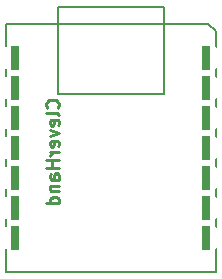
<source format=gbr>
%TF.GenerationSoftware,KiCad,Pcbnew,8.0.8-unknown-202501290020~8b811aa383~ubuntu22.04.1*%
%TF.CreationDate,2025-03-26T11:50:05+00:00*%
%TF.ProjectId,CONTROLLER_XIAO,434f4e54-524f-44c4-9c45-525f5849414f,rev?*%
%TF.SameCoordinates,Original*%
%TF.FileFunction,Legend,Bot*%
%TF.FilePolarity,Positive*%
%FSLAX46Y46*%
G04 Gerber Fmt 4.6, Leading zero omitted, Abs format (unit mm)*
G04 Created by KiCad (PCBNEW 8.0.8-unknown-202501290020~8b811aa383~ubuntu22.04.1) date 2025-03-26 11:50:05*
%MOMM*%
%LPD*%
G01*
G04 APERTURE LIST*
G04 Aperture macros list*
%AMRoundRect*
0 Rectangle with rounded corners*
0 $1 Rounding radius*
0 $2 $3 $4 $5 $6 $7 $8 $9 X,Y pos of 4 corners*
0 Add a 4 corners polygon primitive as box body*
4,1,4,$2,$3,$4,$5,$6,$7,$8,$9,$2,$3,0*
0 Add four circle primitives for the rounded corners*
1,1,$1+$1,$2,$3*
1,1,$1+$1,$4,$5*
1,1,$1+$1,$6,$7*
1,1,$1+$1,$8,$9*
0 Add four rect primitives between the rounded corners*
20,1,$1+$1,$2,$3,$4,$5,0*
20,1,$1+$1,$4,$5,$6,$7,0*
20,1,$1+$1,$6,$7,$8,$9,0*
20,1,$1+$1,$8,$9,$2,$3,0*%
G04 Aperture macros list end*
%ADD10C,0.275000*%
%ADD11C,0.127000*%
%ADD12R,1.700000X1.700000*%
%ADD13O,1.700000X1.700000*%
%ADD14RoundRect,1.000000X0.375000X0.000010X-0.375000X0.000010X-0.375000X-0.000010X0.375000X-0.000010X0*%
G04 APERTURE END LIST*
D10*
X52074818Y-80880953D02*
X52127199Y-80828572D01*
X52127199Y-80828572D02*
X52179579Y-80671429D01*
X52179579Y-80671429D02*
X52179579Y-80566667D01*
X52179579Y-80566667D02*
X52127199Y-80409524D01*
X52127199Y-80409524D02*
X52022437Y-80304762D01*
X52022437Y-80304762D02*
X51917675Y-80252381D01*
X51917675Y-80252381D02*
X51708151Y-80200000D01*
X51708151Y-80200000D02*
X51551008Y-80200000D01*
X51551008Y-80200000D02*
X51341484Y-80252381D01*
X51341484Y-80252381D02*
X51236722Y-80304762D01*
X51236722Y-80304762D02*
X51131960Y-80409524D01*
X51131960Y-80409524D02*
X51079579Y-80566667D01*
X51079579Y-80566667D02*
X51079579Y-80671429D01*
X51079579Y-80671429D02*
X51131960Y-80828572D01*
X51131960Y-80828572D02*
X51184341Y-80880953D01*
X52179579Y-81509524D02*
X52127199Y-81404762D01*
X52127199Y-81404762D02*
X52022437Y-81352381D01*
X52022437Y-81352381D02*
X51079579Y-81352381D01*
X52127199Y-82347619D02*
X52179579Y-82242857D01*
X52179579Y-82242857D02*
X52179579Y-82033333D01*
X52179579Y-82033333D02*
X52127199Y-81928571D01*
X52127199Y-81928571D02*
X52022437Y-81876190D01*
X52022437Y-81876190D02*
X51603389Y-81876190D01*
X51603389Y-81876190D02*
X51498627Y-81928571D01*
X51498627Y-81928571D02*
X51446246Y-82033333D01*
X51446246Y-82033333D02*
X51446246Y-82242857D01*
X51446246Y-82242857D02*
X51498627Y-82347619D01*
X51498627Y-82347619D02*
X51603389Y-82400000D01*
X51603389Y-82400000D02*
X51708151Y-82400000D01*
X51708151Y-82400000D02*
X51812913Y-81876190D01*
X51446246Y-82766666D02*
X52179579Y-83028571D01*
X52179579Y-83028571D02*
X51446246Y-83290476D01*
X52127199Y-84128571D02*
X52179579Y-84023809D01*
X52179579Y-84023809D02*
X52179579Y-83814285D01*
X52179579Y-83814285D02*
X52127199Y-83709523D01*
X52127199Y-83709523D02*
X52022437Y-83657142D01*
X52022437Y-83657142D02*
X51603389Y-83657142D01*
X51603389Y-83657142D02*
X51498627Y-83709523D01*
X51498627Y-83709523D02*
X51446246Y-83814285D01*
X51446246Y-83814285D02*
X51446246Y-84023809D01*
X51446246Y-84023809D02*
X51498627Y-84128571D01*
X51498627Y-84128571D02*
X51603389Y-84180952D01*
X51603389Y-84180952D02*
X51708151Y-84180952D01*
X51708151Y-84180952D02*
X51812913Y-83657142D01*
X52179579Y-84652380D02*
X51446246Y-84652380D01*
X51655770Y-84652380D02*
X51551008Y-84704761D01*
X51551008Y-84704761D02*
X51498627Y-84757142D01*
X51498627Y-84757142D02*
X51446246Y-84861904D01*
X51446246Y-84861904D02*
X51446246Y-84966666D01*
X52179579Y-85333332D02*
X51079579Y-85333332D01*
X51603389Y-85333332D02*
X51603389Y-85961904D01*
X52179579Y-85961904D02*
X51079579Y-85961904D01*
X52179579Y-86957142D02*
X51603389Y-86957142D01*
X51603389Y-86957142D02*
X51498627Y-86904761D01*
X51498627Y-86904761D02*
X51446246Y-86799999D01*
X51446246Y-86799999D02*
X51446246Y-86590475D01*
X51446246Y-86590475D02*
X51498627Y-86485713D01*
X52127199Y-86957142D02*
X52179579Y-86852380D01*
X52179579Y-86852380D02*
X52179579Y-86590475D01*
X52179579Y-86590475D02*
X52127199Y-86485713D01*
X52127199Y-86485713D02*
X52022437Y-86433332D01*
X52022437Y-86433332D02*
X51917675Y-86433332D01*
X51917675Y-86433332D02*
X51812913Y-86485713D01*
X51812913Y-86485713D02*
X51760532Y-86590475D01*
X51760532Y-86590475D02*
X51760532Y-86852380D01*
X51760532Y-86852380D02*
X51708151Y-86957142D01*
X51446246Y-87480951D02*
X52179579Y-87480951D01*
X51551008Y-87480951D02*
X51498627Y-87533332D01*
X51498627Y-87533332D02*
X51446246Y-87638094D01*
X51446246Y-87638094D02*
X51446246Y-87795237D01*
X51446246Y-87795237D02*
X51498627Y-87899999D01*
X51498627Y-87899999D02*
X51603389Y-87952380D01*
X51603389Y-87952380D02*
X52179579Y-87952380D01*
X52179579Y-88947618D02*
X51079579Y-88947618D01*
X52127199Y-88947618D02*
X52179579Y-88842856D01*
X52179579Y-88842856D02*
X52179579Y-88633332D01*
X52179579Y-88633332D02*
X52127199Y-88528570D01*
X52127199Y-88528570D02*
X52074818Y-88476189D01*
X52074818Y-88476189D02*
X51970056Y-88423808D01*
X51970056Y-88423808D02*
X51655770Y-88423808D01*
X51655770Y-88423808D02*
X51551008Y-88476189D01*
X51551008Y-88476189D02*
X51498627Y-88528570D01*
X51498627Y-88528570D02*
X51446246Y-88633332D01*
X51446246Y-88633332D02*
X51446246Y-88842856D01*
X51446246Y-88842856D02*
X51498627Y-88947618D01*
D11*
%TO.C,U2*%
X47700000Y-73741750D02*
X47700000Y-94741750D01*
X47700000Y-94741750D02*
X65500000Y-94741750D01*
X52105000Y-72317750D02*
X61100000Y-72317750D01*
X52105000Y-79669750D02*
X52105000Y-72317750D01*
X61104000Y-72316750D02*
X61104000Y-79669750D01*
X61104000Y-79669750D02*
X52105000Y-79669750D01*
X64828459Y-73741750D02*
X47700000Y-73741750D01*
X65500000Y-74413250D02*
X64828459Y-73741750D01*
X65500000Y-94741750D02*
X65500000Y-74413250D01*
%TD*%
%LPC*%
D12*
%TO.C,J3*%
X57460000Y-82860000D03*
D13*
X57460000Y-85400000D03*
%TD*%
D12*
%TO.C,J1*%
X60000000Y-85400000D03*
D13*
X60000000Y-82860000D03*
%TD*%
D14*
%TO.C,U2*%
X64665000Y-76621750D03*
X64665000Y-79161750D03*
X64665000Y-81701750D03*
X64665000Y-84241750D03*
X64665000Y-86781750D03*
X64665000Y-89321750D03*
X64665000Y-91861750D03*
X48500000Y-91861750D03*
X48500000Y-89321750D03*
X48500000Y-86781750D03*
X48500000Y-84241750D03*
X48500000Y-81701750D03*
X48500000Y-79161750D03*
X48500000Y-76621750D03*
%TD*%
%LPD*%
M02*

</source>
